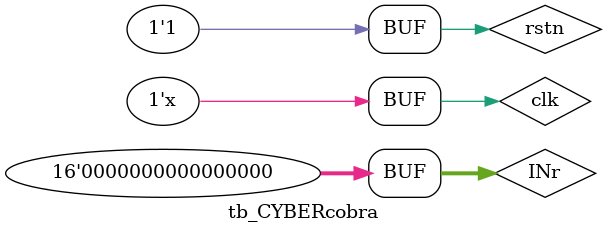
<source format=v>
`timescale 1ns / 1ps

module tb_CYBERcobra();
    
    
    CYBERcobra dut(
    .clk_i(clk),
    .rst_i(rstn),
    .sw_i (INr ),
    .out_o(OUT)
    );
    
    wire [31:0] OUT;
    reg clk;
    reg rstn;
    reg [15:0] INr;

    initial clk <= 0;
    always #5 clk = ~clk;
    
    initial begin 
    rstn = 1'b0;
   
    #10;
    rstn = 1'b1;
    INr = 15'b0;
    #200;
    INr = 15'b100001000;
    #260;
    INr = 15'b0;
    #100;
//    INr = 15'b100000001;
//    #20000;
//    $stop;
    end
    
endmodule
</source>
